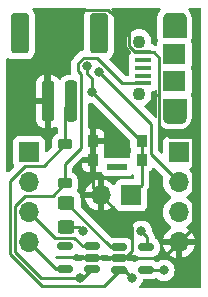
<source format=gtl>
%TF.GenerationSoftware,KiCad,Pcbnew,8.0.1*%
%TF.CreationDate,2024-04-23T06:28:50-07:00*%
%TF.ProjectId,OnOffController,4f6e4f66-6643-46f6-9e74-726f6c6c6572,rev?*%
%TF.SameCoordinates,Original*%
%TF.FileFunction,Copper,L1,Top*%
%TF.FilePolarity,Positive*%
%FSLAX46Y46*%
G04 Gerber Fmt 4.6, Leading zero omitted, Abs format (unit mm)*
G04 Created by KiCad (PCBNEW 8.0.1) date 2024-04-23 06:28:50*
%MOMM*%
%LPD*%
G01*
G04 APERTURE LIST*
G04 Aperture macros list*
%AMRoundRect*
0 Rectangle with rounded corners*
0 $1 Rounding radius*
0 $2 $3 $4 $5 $6 $7 $8 $9 X,Y pos of 4 corners*
0 Add a 4 corners polygon primitive as box body*
4,1,4,$2,$3,$4,$5,$6,$7,$8,$9,$2,$3,0*
0 Add four circle primitives for the rounded corners*
1,1,$1+$1,$2,$3*
1,1,$1+$1,$4,$5*
1,1,$1+$1,$6,$7*
1,1,$1+$1,$8,$9*
0 Add four rect primitives between the rounded corners*
20,1,$1+$1,$2,$3,$4,$5,0*
20,1,$1+$1,$4,$5,$6,$7,0*
20,1,$1+$1,$6,$7,$8,$9,0*
20,1,$1+$1,$8,$9,$2,$3,0*%
G04 Aperture macros list end*
%TA.AperFunction,EtchedComponent*%
%ADD10C,0.010000*%
%TD*%
%TA.AperFunction,ComponentPad*%
%ADD11R,1.700000X1.700000*%
%TD*%
%TA.AperFunction,ComponentPad*%
%ADD12O,1.700000X1.700000*%
%TD*%
%TA.AperFunction,SMDPad,CuDef*%
%ADD13RoundRect,0.250000X-0.450000X0.325000X-0.450000X-0.325000X0.450000X-0.325000X0.450000X0.325000X0*%
%TD*%
%TA.AperFunction,SMDPad,CuDef*%
%ADD14RoundRect,0.150000X-0.512500X-0.150000X0.512500X-0.150000X0.512500X0.150000X-0.512500X0.150000X0*%
%TD*%
%TA.AperFunction,SMDPad,CuDef*%
%ADD15RoundRect,0.250000X0.250000X1.500000X-0.250000X1.500000X-0.250000X-1.500000X0.250000X-1.500000X0*%
%TD*%
%TA.AperFunction,SMDPad,CuDef*%
%ADD16RoundRect,0.250001X0.499999X1.449999X-0.499999X1.449999X-0.499999X-1.449999X0.499999X-1.449999X0*%
%TD*%
%TA.AperFunction,SMDPad,CuDef*%
%ADD17RoundRect,0.150000X0.512500X0.150000X-0.512500X0.150000X-0.512500X-0.150000X0.512500X-0.150000X0*%
%TD*%
%TA.AperFunction,SMDPad,CuDef*%
%ADD18R,1.350000X0.400000*%
%TD*%
%TA.AperFunction,ComponentPad*%
%ADD19O,1.900000X1.010000*%
%TD*%
%TA.AperFunction,SMDPad,CuDef*%
%ADD20R,1.900000X1.800000*%
%TD*%
%TA.AperFunction,ComponentPad*%
%ADD21C,1.100000*%
%TD*%
%TA.AperFunction,SMDPad,CuDef*%
%ADD22R,0.889000X0.990600*%
%TD*%
%TA.AperFunction,SMDPad,CuDef*%
%ADD23R,1.701800X0.558800*%
%TD*%
%TA.AperFunction,SMDPad,CuDef*%
%ADD24RoundRect,0.225000X0.375000X-0.225000X0.375000X0.225000X-0.375000X0.225000X-0.375000X-0.225000X0*%
%TD*%
%TA.AperFunction,ViaPad*%
%ADD25C,0.800000*%
%TD*%
%TA.AperFunction,Conductor*%
%ADD26C,0.250000*%
%TD*%
G04 APERTURE END LIST*
D10*
%TO.C,J8*%
X166939500Y-82527000D02*
X166938500Y-82553000D01*
X166936500Y-82579000D01*
X166932500Y-82605000D01*
X166928500Y-82631000D01*
X166921500Y-82656000D01*
X166914500Y-82682000D01*
X166905500Y-82706000D01*
X166895500Y-82730000D01*
X166884500Y-82754000D01*
X166872500Y-82777000D01*
X166858500Y-82799000D01*
X166843500Y-82821000D01*
X166827500Y-82842000D01*
X166810500Y-82862000D01*
X166792500Y-82881000D01*
X166773500Y-82899000D01*
X166753500Y-82916000D01*
X166732500Y-82932000D01*
X166711500Y-82946000D01*
X166689500Y-82960000D01*
X166665500Y-82973000D01*
X166642500Y-82984000D01*
X166618500Y-82994000D01*
X166593500Y-83003000D01*
X166568500Y-83010000D01*
X166542500Y-83016000D01*
X166517500Y-83021000D01*
X166491500Y-83024000D01*
X166465500Y-83026000D01*
X166439500Y-83027000D01*
X165538500Y-83027000D01*
X165512500Y-83026000D01*
X165486500Y-83024000D01*
X165460500Y-83021000D01*
X165435500Y-83016000D01*
X165409500Y-83010000D01*
X165384500Y-83003000D01*
X165359500Y-82994000D01*
X165335500Y-82984000D01*
X165312500Y-82973000D01*
X165289500Y-82960000D01*
X165266500Y-82946000D01*
X165245500Y-82932000D01*
X165224500Y-82916000D01*
X165204500Y-82899000D01*
X165185500Y-82881000D01*
X165167500Y-82862000D01*
X165150500Y-82842000D01*
X165134500Y-82821000D01*
X165119500Y-82799000D01*
X165105500Y-82777000D01*
X165093500Y-82754000D01*
X165082500Y-82730000D01*
X165072500Y-82706000D01*
X165063500Y-82682000D01*
X165056500Y-82656000D01*
X165049500Y-82631000D01*
X165045500Y-82605000D01*
X165041500Y-82579000D01*
X165039500Y-82553000D01*
X165039500Y-82527000D01*
X165039000Y-80952000D01*
X165039500Y-80952000D01*
X166939500Y-80952000D01*
X166939500Y-82527000D01*
%TA.AperFunction,EtchedComponent*%
G36*
X166939500Y-82527000D02*
G01*
X166938500Y-82553000D01*
X166936500Y-82579000D01*
X166932500Y-82605000D01*
X166928500Y-82631000D01*
X166921500Y-82656000D01*
X166914500Y-82682000D01*
X166905500Y-82706000D01*
X166895500Y-82730000D01*
X166884500Y-82754000D01*
X166872500Y-82777000D01*
X166858500Y-82799000D01*
X166843500Y-82821000D01*
X166827500Y-82842000D01*
X166810500Y-82862000D01*
X166792500Y-82881000D01*
X166773500Y-82899000D01*
X166753500Y-82916000D01*
X166732500Y-82932000D01*
X166711500Y-82946000D01*
X166689500Y-82960000D01*
X166665500Y-82973000D01*
X166642500Y-82984000D01*
X166618500Y-82994000D01*
X166593500Y-83003000D01*
X166568500Y-83010000D01*
X166542500Y-83016000D01*
X166517500Y-83021000D01*
X166491500Y-83024000D01*
X166465500Y-83026000D01*
X166439500Y-83027000D01*
X165538500Y-83027000D01*
X165512500Y-83026000D01*
X165486500Y-83024000D01*
X165460500Y-83021000D01*
X165435500Y-83016000D01*
X165409500Y-83010000D01*
X165384500Y-83003000D01*
X165359500Y-82994000D01*
X165335500Y-82984000D01*
X165312500Y-82973000D01*
X165289500Y-82960000D01*
X165266500Y-82946000D01*
X165245500Y-82932000D01*
X165224500Y-82916000D01*
X165204500Y-82899000D01*
X165185500Y-82881000D01*
X165167500Y-82862000D01*
X165150500Y-82842000D01*
X165134500Y-82821000D01*
X165119500Y-82799000D01*
X165105500Y-82777000D01*
X165093500Y-82754000D01*
X165082500Y-82730000D01*
X165072500Y-82706000D01*
X165063500Y-82682000D01*
X165056500Y-82656000D01*
X165049500Y-82631000D01*
X165045500Y-82605000D01*
X165041500Y-82579000D01*
X165039500Y-82553000D01*
X165039500Y-82527000D01*
X165039000Y-80952000D01*
X165039500Y-80952000D01*
X166939500Y-80952000D01*
X166939500Y-82527000D01*
G37*
%TD.AperFunction*%
X166465500Y-73678000D02*
X166491500Y-73680000D01*
X166517500Y-73683000D01*
X166542500Y-73688000D01*
X166568500Y-73694000D01*
X166593500Y-73701000D01*
X166618500Y-73710000D01*
X166642500Y-73720000D01*
X166665500Y-73731000D01*
X166689500Y-73744000D01*
X166711500Y-73758000D01*
X166732500Y-73772000D01*
X166753500Y-73788000D01*
X166773500Y-73805000D01*
X166792500Y-73823000D01*
X166810500Y-73842000D01*
X166827500Y-73862000D01*
X166843500Y-73883000D01*
X166858500Y-73905000D01*
X166872500Y-73927000D01*
X166884500Y-73950000D01*
X166895500Y-73974000D01*
X166905500Y-73998000D01*
X166914500Y-74022000D01*
X166921500Y-74048000D01*
X166928500Y-74073000D01*
X166932500Y-74099000D01*
X166936500Y-74125000D01*
X166938500Y-74151000D01*
X166939500Y-74177000D01*
X166939000Y-75752000D01*
X165039500Y-75752000D01*
X165039500Y-74177000D01*
X165039500Y-74151000D01*
X165041500Y-74125000D01*
X165045500Y-74099000D01*
X165049500Y-74073000D01*
X165056500Y-74048000D01*
X165063500Y-74022000D01*
X165072500Y-73998000D01*
X165082500Y-73974000D01*
X165093500Y-73950000D01*
X165105500Y-73927000D01*
X165119500Y-73905000D01*
X165134500Y-73883000D01*
X165150500Y-73862000D01*
X165167500Y-73842000D01*
X165185500Y-73823000D01*
X165204500Y-73805000D01*
X165224500Y-73788000D01*
X165245500Y-73772000D01*
X165266500Y-73758000D01*
X165289500Y-73744000D01*
X165312500Y-73731000D01*
X165335500Y-73720000D01*
X165359500Y-73710000D01*
X165384500Y-73701000D01*
X165409500Y-73694000D01*
X165435500Y-73688000D01*
X165460500Y-73683000D01*
X165486500Y-73680000D01*
X165512500Y-73678000D01*
X165538500Y-73677000D01*
X166439500Y-73677000D01*
X166465500Y-73678000D01*
%TA.AperFunction,EtchedComponent*%
G36*
X166465500Y-73678000D02*
G01*
X166491500Y-73680000D01*
X166517500Y-73683000D01*
X166542500Y-73688000D01*
X166568500Y-73694000D01*
X166593500Y-73701000D01*
X166618500Y-73710000D01*
X166642500Y-73720000D01*
X166665500Y-73731000D01*
X166689500Y-73744000D01*
X166711500Y-73758000D01*
X166732500Y-73772000D01*
X166753500Y-73788000D01*
X166773500Y-73805000D01*
X166792500Y-73823000D01*
X166810500Y-73842000D01*
X166827500Y-73862000D01*
X166843500Y-73883000D01*
X166858500Y-73905000D01*
X166872500Y-73927000D01*
X166884500Y-73950000D01*
X166895500Y-73974000D01*
X166905500Y-73998000D01*
X166914500Y-74022000D01*
X166921500Y-74048000D01*
X166928500Y-74073000D01*
X166932500Y-74099000D01*
X166936500Y-74125000D01*
X166938500Y-74151000D01*
X166939500Y-74177000D01*
X166939000Y-75752000D01*
X165039500Y-75752000D01*
X165039500Y-74177000D01*
X165039500Y-74151000D01*
X165041500Y-74125000D01*
X165045500Y-74099000D01*
X165049500Y-74073000D01*
X165056500Y-74048000D01*
X165063500Y-74022000D01*
X165072500Y-73998000D01*
X165082500Y-73974000D01*
X165093500Y-73950000D01*
X165105500Y-73927000D01*
X165119500Y-73905000D01*
X165134500Y-73883000D01*
X165150500Y-73862000D01*
X165167500Y-73842000D01*
X165185500Y-73823000D01*
X165204500Y-73805000D01*
X165224500Y-73788000D01*
X165245500Y-73772000D01*
X165266500Y-73758000D01*
X165289500Y-73744000D01*
X165312500Y-73731000D01*
X165335500Y-73720000D01*
X165359500Y-73710000D01*
X165384500Y-73701000D01*
X165409500Y-73694000D01*
X165435500Y-73688000D01*
X165460500Y-73683000D01*
X165486500Y-73680000D01*
X165512500Y-73678000D01*
X165538500Y-73677000D01*
X166439500Y-73677000D01*
X166465500Y-73678000D01*
G37*
%TD.AperFunction*%
%TD*%
D11*
%TO.P,J2,1,Pin_1*%
%TO.N,Net-(J2-Pin_1)*%
X162311000Y-89154000D03*
D12*
%TO.P,J2,2,Pin_2*%
%TO.N,GND*%
X159771000Y-89154000D03*
%TD*%
D13*
%TO.P,D1,1,K*%
%TO.N,Net-(D1-K)*%
X156845000Y-89780000D03*
%TO.P,D1,2,A*%
%TO.N,Net-(D1-A)*%
X156845000Y-91830000D03*
%TD*%
D14*
%TO.P,U2,1,STAT*%
%TO.N,Net-(D1-K)*%
X161295500Y-93538000D03*
%TO.P,U2,2,V_{SS}*%
%TO.N,GND*%
X161295500Y-94488000D03*
%TO.P,U2,3,V_{BAT}*%
%TO.N,VDC*%
X161295500Y-95438000D03*
%TO.P,U2,4,V_{DD}*%
%TO.N,VBUS*%
X163570500Y-95438000D03*
%TO.P,U2,5,PROG*%
%TO.N,Net-(U2-PROG)*%
X163570500Y-93538000D03*
%TD*%
D15*
%TO.P,J1,1,1*%
%TO.N,VDC*%
X157258000Y-81188000D03*
%TO.P,J1,2,2*%
%TO.N,GND*%
X155258000Y-81188000D03*
D16*
%TO.P,J1,MP*%
%TO.N,N/C*%
X159608000Y-75438000D03*
X152908000Y-75438000D03*
%TD*%
D11*
%TO.P,J4,1,Pin_1*%
%TO.N,/PB_OUT*%
X166370000Y-85481000D03*
D12*
%TO.P,J4,2,Pin_2*%
%TO.N,/PS_HOLD*%
X166370000Y-88021000D03*
%TO.P,J4,3,Pin_3*%
%TO.N,/BAT_SENSE*%
X166370000Y-90561000D03*
%TO.P,J4,4,Pin_4*%
%TO.N,GND*%
X166370000Y-93101000D03*
%TD*%
D17*
%TO.P,U3,1,IN*%
%TO.N,VBUS*%
X158993000Y-95372000D03*
%TO.P,U3,2,GND*%
%TO.N,GND*%
X158993000Y-94422000D03*
%TO.P,U3,3,EN*%
%TO.N,/EN_DIV*%
X158993000Y-93472000D03*
%TO.P,U3,4,ADJ*%
%TO.N,unconnected-(U3-ADJ-Pad4)*%
X156718000Y-93472000D03*
%TO.P,U3,5,OUT*%
%TO.N,+3V3*%
X156718000Y-95372000D03*
%TD*%
D18*
%TO.P,J8,1,VBUS*%
%TO.N,VBUS*%
X163314000Y-79652000D03*
%TO.P,J8,2,D-*%
%TO.N,unconnected-(J8-D--Pad2)*%
X163314000Y-79002000D03*
%TO.P,J8,3,D+*%
%TO.N,unconnected-(J8-D+-Pad3)*%
X163314000Y-78352000D03*
%TO.P,J8,4,ID*%
%TO.N,unconnected-(J8-ID-Pad4)*%
X163314000Y-77702000D03*
%TO.P,J8,5,GND*%
%TO.N,GND*%
X163314000Y-77052000D03*
D19*
%TO.P,J8,S1,SHIELD*%
%TO.N,unconnected-(J8-SHIELD-PadS1)*%
X165989000Y-82527000D03*
D20*
%TO.P,J8,S2,SHIELD__1*%
%TO.N,unconnected-(J8-SHIELD__1-PadS2)*%
X165989000Y-79502000D03*
%TO.P,J8,S3,SHIELD__2*%
%TO.N,unconnected-(J8-SHIELD__2-PadS3)*%
X165989000Y-77202000D03*
D19*
%TO.P,J8,S4,SHIELD__3*%
%TO.N,unconnected-(J8-SHIELD__3-PadS4)*%
X165989000Y-74177000D03*
D21*
%TO.P,J8,S5,SHIELD__4*%
%TO.N,unconnected-(J8-SHIELD__4-PadS5)*%
X162989000Y-80577000D03*
%TO.P,J8,S6,SHIELD__5*%
%TO.N,unconnected-(J8-SHIELD__5-PadS6)*%
X162989000Y-76127000D03*
%TD*%
D22*
%TO.P,SW1,1,1*%
%TO.N,GND*%
X159113002Y-84543999D03*
%TO.P,SW1,2,2*%
%TO.N,Net-(J2-Pin_1)*%
X163212998Y-84543999D03*
%TO.P,SW1,3,3*%
%TO.N,GND*%
X159113002Y-86144001D03*
%TO.P,SW1,4,4*%
%TO.N,Net-(J2-Pin_1)*%
X163212998Y-86144001D03*
D23*
%TO.P,SW1,5,5*%
%TO.N,unconnected-(SW1-Pad5)*%
X161163000Y-86769001D03*
%TD*%
D11*
%TO.P,J3,1,Pin_1*%
%TO.N,/RST*%
X153670000Y-85471000D03*
D12*
%TO.P,J3,2,Pin_2*%
%TO.N,/INT*%
X153670000Y-88011000D03*
%TO.P,J3,3,Pin_3*%
%TO.N,/EN_DIV*%
X153670000Y-90551000D03*
%TO.P,J3,4,Pin_4*%
%TO.N,+3V3*%
X153670000Y-93091000D03*
%TD*%
D24*
%TO.P,D2,1,K*%
%TO.N,VBUS*%
X156718000Y-88138000D03*
%TO.P,D2,2,A*%
%TO.N,VDC*%
X156718000Y-84838000D03*
%TD*%
D25*
%TO.N,VDC*%
X162433000Y-96139000D03*
%TO.N,GND*%
X155067000Y-75946000D03*
%TO.N,VBUS*%
X157988000Y-96139000D03*
X165100000Y-95504000D03*
%TO.N,Net-(D1-A)*%
X158242000Y-92202000D03*
%TO.N,Net-(U2-PROG)*%
X163195000Y-92202000D03*
%TO.N,Net-(J2-Pin_1)*%
X159004000Y-80391000D03*
X158623000Y-78232000D03*
%TO.N,/PS_HOLD*%
X159639000Y-78740000D03*
%TD*%
D26*
%TO.N,VDC*%
X152045000Y-87974299D02*
X153373299Y-86646000D01*
X161295500Y-95438000D02*
X161732000Y-95438000D01*
X156718000Y-81728000D02*
X157258000Y-81188000D01*
X159996500Y-96864000D02*
X154774604Y-96864000D01*
X154910000Y-86646000D02*
X156718000Y-84838000D01*
X161422500Y-95438000D02*
X161859000Y-95438000D01*
X152045000Y-94134396D02*
X152045000Y-87974299D01*
X154774604Y-96864000D02*
X152045000Y-94134396D01*
X161732000Y-95438000D02*
X162433000Y-96139000D01*
X161295500Y-95565000D02*
X159996500Y-96864000D01*
X153373299Y-86646000D02*
X154910000Y-86646000D01*
X156718000Y-84838000D02*
X156718000Y-81728000D01*
X161295500Y-95438000D02*
X161295500Y-95565000D01*
%TO.N,GND*%
X163314000Y-77052000D02*
X162676563Y-77052000D01*
X165608000Y-84201000D02*
X167440000Y-84201000D01*
X164709000Y-77522000D02*
X164709000Y-83302000D01*
X164983000Y-94488000D02*
X161422500Y-94488000D01*
X162410000Y-91793000D02*
X162410000Y-93884751D01*
X159771000Y-89154000D02*
X162410000Y-91793000D01*
X161806751Y-94488000D02*
X162410000Y-93884751D01*
X161295500Y-94488000D02*
X161806751Y-94488000D01*
X155067000Y-81124000D02*
X155067000Y-75946000D01*
X167545000Y-91926000D02*
X166370000Y-93101000D01*
X166370000Y-93101000D02*
X164983000Y-94488000D01*
X167545000Y-84306000D02*
X167545000Y-91926000D01*
X159113002Y-88496002D02*
X159771000Y-89154000D01*
X155258000Y-81315000D02*
X155067000Y-81124000D01*
X157600000Y-73413000D02*
X155067000Y-75946000D01*
X164239000Y-77052000D02*
X164709000Y-77522000D01*
X162676563Y-77052000D02*
X162114000Y-76489437D01*
X158993000Y-94422000D02*
X161356500Y-94422000D01*
X163314000Y-77052000D02*
X164239000Y-77052000D01*
X160346172Y-73413000D02*
X157600000Y-73413000D01*
X159113002Y-84543999D02*
X159113002Y-86144001D01*
X164709000Y-83302000D02*
X165608000Y-84201000D01*
X161356500Y-94422000D02*
X161422500Y-94488000D01*
X159113002Y-86144001D02*
X159113002Y-88496002D01*
X162114000Y-75180828D02*
X160346172Y-73413000D01*
X167440000Y-84201000D02*
X167545000Y-84306000D01*
X162114000Y-76489437D02*
X162114000Y-75180828D01*
X161422500Y-94488000D02*
X161806751Y-94488000D01*
%TO.N,VBUS*%
X153373299Y-89186000D02*
X155670000Y-89186000D01*
X154686000Y-96139000D02*
X157988000Y-96139000D01*
X161576305Y-79652000D02*
X163314000Y-79652000D01*
X157988000Y-96139000D02*
X158226000Y-96139000D01*
X158083000Y-85122000D02*
X158083000Y-78844305D01*
X158322695Y-77507000D02*
X159431305Y-77507000D01*
X159431305Y-77507000D02*
X161576305Y-79652000D01*
X158226000Y-96139000D02*
X158993000Y-95372000D01*
X165034000Y-95438000D02*
X165100000Y-95504000D01*
X152495000Y-93948000D02*
X152495000Y-90064299D01*
X152495000Y-90064299D02*
X153373299Y-89186000D01*
X156718000Y-86487000D02*
X158083000Y-85122000D01*
X163570500Y-95438000D02*
X165034000Y-95438000D01*
X158083000Y-78844305D02*
X157861000Y-78622305D01*
X157861000Y-78622305D02*
X157861000Y-77968695D01*
X154686000Y-96139000D02*
X152495000Y-93948000D01*
X155670000Y-89186000D02*
X156718000Y-88138000D01*
X157861000Y-77968695D02*
X158322695Y-77507000D01*
X156718000Y-88138000D02*
X156718000Y-86487000D01*
%TO.N,+3V3*%
X155951000Y-95372000D02*
X153670000Y-93091000D01*
X156718000Y-95372000D02*
X155951000Y-95372000D01*
%TO.N,Net-(D1-K)*%
X160603000Y-93538000D02*
X156845000Y-89780000D01*
X161422500Y-93538000D02*
X160603000Y-93538000D01*
%TO.N,Net-(D1-A)*%
X157870000Y-91830000D02*
X158242000Y-92202000D01*
X156845000Y-91830000D02*
X157870000Y-91830000D01*
%TO.N,Net-(U2-PROG)*%
X163697500Y-93538000D02*
X163697500Y-92704500D01*
X163697500Y-92704500D02*
X163195000Y-92202000D01*
%TO.N,/EN_DIV*%
X155849000Y-92730000D02*
X157500000Y-92730000D01*
X153670000Y-90551000D02*
X155849000Y-92730000D01*
X158993000Y-93472000D02*
X158242000Y-93472000D01*
X158242000Y-93472000D02*
X157500000Y-92730000D01*
%TO.N,Net-(J2-Pin_1)*%
X159004000Y-80391000D02*
X163156999Y-84543999D01*
X163156999Y-84543999D02*
X163212998Y-84543999D01*
X163212998Y-86144001D02*
X163212998Y-88252002D01*
X159004000Y-79248000D02*
X158623000Y-78867000D01*
X163212998Y-88252002D02*
X162311000Y-89154000D01*
X163212998Y-84543999D02*
X163212998Y-86144001D01*
X158623000Y-78867000D02*
X158623000Y-78359000D01*
X159004000Y-80391000D02*
X159004000Y-79248000D01*
%TO.N,/PS_HOLD*%
X163982498Y-83083498D02*
X163982498Y-85633498D01*
X163982498Y-85633498D02*
X166370000Y-88021000D01*
X159639000Y-78740000D02*
X163982498Y-83083498D01*
%TD*%
%TA.AperFunction,Conductor*%
%TO.N,GND*%
G36*
X168218039Y-73298685D02*
G01*
X168263794Y-73351489D01*
X168275000Y-73403000D01*
X168275000Y-96904000D01*
X168255315Y-96971039D01*
X168202511Y-97016794D01*
X168151000Y-97028000D01*
X163121885Y-97028000D01*
X163054846Y-97008315D01*
X163009091Y-96955511D01*
X162999147Y-96886353D01*
X163028172Y-96822797D01*
X163038817Y-96811947D01*
X163038868Y-96811889D01*
X163038871Y-96811888D01*
X163165533Y-96671216D01*
X163260179Y-96507284D01*
X163306364Y-96365142D01*
X163319673Y-96324182D01*
X163359111Y-96266506D01*
X163423469Y-96239308D01*
X163437604Y-96238500D01*
X164148686Y-96238500D01*
X164148694Y-96238500D01*
X164185569Y-96235598D01*
X164185571Y-96235597D01*
X164185573Y-96235597D01*
X164227191Y-96223505D01*
X164343398Y-96189744D01*
X164366134Y-96176297D01*
X164433856Y-96159113D01*
X164500119Y-96181271D01*
X164502142Y-96182710D01*
X164647265Y-96288148D01*
X164647270Y-96288151D01*
X164820192Y-96365142D01*
X164820197Y-96365144D01*
X165005354Y-96404500D01*
X165005355Y-96404500D01*
X165194644Y-96404500D01*
X165194646Y-96404500D01*
X165379803Y-96365144D01*
X165552730Y-96288151D01*
X165705871Y-96176888D01*
X165832533Y-96036216D01*
X165927179Y-95872284D01*
X165985674Y-95692256D01*
X166005460Y-95504000D01*
X165985674Y-95315744D01*
X165927179Y-95135716D01*
X165832533Y-94971784D01*
X165705871Y-94831112D01*
X165705870Y-94831111D01*
X165552734Y-94719851D01*
X165552729Y-94719848D01*
X165379807Y-94642857D01*
X165379802Y-94642855D01*
X165234001Y-94611865D01*
X165194646Y-94603500D01*
X165005354Y-94603500D01*
X164972897Y-94610398D01*
X164820197Y-94642855D01*
X164820192Y-94642857D01*
X164647271Y-94719848D01*
X164602297Y-94752523D01*
X164536491Y-94776001D01*
X164468437Y-94760174D01*
X164466294Y-94758935D01*
X164343400Y-94686257D01*
X164343393Y-94686254D01*
X164185573Y-94640402D01*
X164185567Y-94640401D01*
X164148701Y-94637500D01*
X164148694Y-94637500D01*
X162992306Y-94637500D01*
X162992298Y-94637500D01*
X162955432Y-94640401D01*
X162955426Y-94640402D01*
X162797606Y-94686254D01*
X162797603Y-94686255D01*
X162656137Y-94769917D01*
X162649969Y-94774702D01*
X162648664Y-94773019D01*
X162596954Y-94801246D01*
X162527263Y-94796251D01*
X162479558Y-94764247D01*
X162455296Y-94738000D01*
X162189815Y-94738000D01*
X162126694Y-94720732D01*
X162104266Y-94707468D01*
X162068398Y-94686256D01*
X162068397Y-94686255D01*
X162068396Y-94686255D01*
X162068393Y-94686254D01*
X161910573Y-94640402D01*
X161910567Y-94640401D01*
X161873701Y-94637500D01*
X161873694Y-94637500D01*
X160717306Y-94637500D01*
X160717298Y-94637500D01*
X160680432Y-94640401D01*
X160680426Y-94640402D01*
X160522606Y-94686254D01*
X160522603Y-94686255D01*
X160464306Y-94720732D01*
X160401185Y-94738000D01*
X160207362Y-94738000D01*
X160140323Y-94718315D01*
X160119681Y-94701681D01*
X160090000Y-94672000D01*
X159887315Y-94672000D01*
X159824194Y-94654732D01*
X159765896Y-94620255D01*
X159765893Y-94620254D01*
X159608073Y-94574402D01*
X159608067Y-94574401D01*
X159571201Y-94571500D01*
X159571194Y-94571500D01*
X158414806Y-94571500D01*
X158414798Y-94571500D01*
X158377932Y-94574401D01*
X158377926Y-94574402D01*
X158220106Y-94620254D01*
X158220103Y-94620255D01*
X158161806Y-94654732D01*
X158098685Y-94672000D01*
X157833204Y-94672000D01*
X157808940Y-94698248D01*
X157748979Y-94734114D01*
X157679145Y-94731869D01*
X157639487Y-94707468D01*
X157638531Y-94708702D01*
X157632362Y-94703917D01*
X157490896Y-94620255D01*
X157490893Y-94620254D01*
X157333073Y-94574402D01*
X157333067Y-94574401D01*
X157296201Y-94571500D01*
X157296194Y-94571500D01*
X156139806Y-94571500D01*
X156139792Y-94571500D01*
X156099714Y-94574654D01*
X156031337Y-94560288D01*
X156002307Y-94538717D01*
X155923274Y-94459684D01*
X155889789Y-94398361D01*
X155894773Y-94328669D01*
X155936645Y-94272736D01*
X156002109Y-94248319D01*
X156045548Y-94252926D01*
X156102931Y-94269598D01*
X156139806Y-94272500D01*
X156139814Y-94272500D01*
X157296186Y-94272500D01*
X157296194Y-94272500D01*
X157333069Y-94269598D01*
X157333071Y-94269597D01*
X157333073Y-94269597D01*
X157406311Y-94248319D01*
X157490898Y-94223744D01*
X157632365Y-94140081D01*
X157632370Y-94140075D01*
X157638531Y-94135298D01*
X157639839Y-94136984D01*
X157691509Y-94108761D01*
X157761201Y-94113735D01*
X157808941Y-94145752D01*
X157833204Y-94172000D01*
X158098685Y-94172000D01*
X158161806Y-94189268D01*
X158220102Y-94223744D01*
X158261724Y-94235836D01*
X158377926Y-94269597D01*
X158377929Y-94269597D01*
X158377931Y-94269598D01*
X158414806Y-94272500D01*
X158414814Y-94272500D01*
X159571186Y-94272500D01*
X159571194Y-94272500D01*
X159608069Y-94269598D01*
X159608071Y-94269597D01*
X159608073Y-94269597D01*
X159681311Y-94248319D01*
X159765898Y-94223744D01*
X159824194Y-94189268D01*
X159887315Y-94172000D01*
X160081138Y-94172000D01*
X160148177Y-94191685D01*
X160168819Y-94208319D01*
X160198500Y-94238000D01*
X160401185Y-94238000D01*
X160464306Y-94255268D01*
X160522602Y-94289744D01*
X160564224Y-94301836D01*
X160680426Y-94335597D01*
X160680429Y-94335597D01*
X160680431Y-94335598D01*
X160717306Y-94338500D01*
X160717314Y-94338500D01*
X161873686Y-94338500D01*
X161873694Y-94338500D01*
X161910569Y-94335598D01*
X161910571Y-94335597D01*
X161910573Y-94335597D01*
X161952191Y-94323505D01*
X162068398Y-94289744D01*
X162126694Y-94255268D01*
X162189815Y-94238000D01*
X162455294Y-94238000D01*
X162479557Y-94211752D01*
X162539518Y-94175885D01*
X162609352Y-94178129D01*
X162649012Y-94202530D01*
X162649969Y-94201298D01*
X162656132Y-94206078D01*
X162656135Y-94206081D01*
X162797602Y-94289744D01*
X162839224Y-94301836D01*
X162955426Y-94335597D01*
X162955429Y-94335597D01*
X162955431Y-94335598D01*
X162992306Y-94338500D01*
X162992314Y-94338500D01*
X164148686Y-94338500D01*
X164148694Y-94338500D01*
X164185569Y-94335598D01*
X164185571Y-94335597D01*
X164185573Y-94335597D01*
X164227191Y-94323505D01*
X164343398Y-94289744D01*
X164484865Y-94206081D01*
X164601081Y-94089865D01*
X164684744Y-93948398D01*
X164730598Y-93790569D01*
X164733500Y-93753694D01*
X164733500Y-93322306D01*
X164730598Y-93285431D01*
X164730547Y-93285257D01*
X164696140Y-93166826D01*
X164684744Y-93127602D01*
X164601081Y-92986135D01*
X164601079Y-92986133D01*
X164601076Y-92986129D01*
X164484870Y-92869923D01*
X164484867Y-92869921D01*
X164484865Y-92869919D01*
X164438793Y-92842672D01*
X164383878Y-92810195D01*
X164336195Y-92759125D01*
X164323000Y-92703463D01*
X164323000Y-92642894D01*
X164319173Y-92623656D01*
X164298963Y-92522049D01*
X164262373Y-92433714D01*
X164258109Y-92423420D01*
X164251814Y-92408221D01*
X164251813Y-92408220D01*
X164251811Y-92408214D01*
X164239812Y-92390256D01*
X164183358Y-92305766D01*
X164183355Y-92305763D01*
X164133961Y-92256370D01*
X164100475Y-92195047D01*
X164098323Y-92181668D01*
X164080674Y-92013744D01*
X164022179Y-91833716D01*
X163927533Y-91669784D01*
X163800871Y-91529112D01*
X163800870Y-91529111D01*
X163647734Y-91417851D01*
X163647729Y-91417848D01*
X163474807Y-91340857D01*
X163474802Y-91340855D01*
X163329001Y-91309865D01*
X163289646Y-91301500D01*
X163100354Y-91301500D01*
X163067897Y-91308398D01*
X162915197Y-91340855D01*
X162915192Y-91340857D01*
X162742270Y-91417848D01*
X162742265Y-91417851D01*
X162589129Y-91529111D01*
X162462466Y-91669785D01*
X162367821Y-91833715D01*
X162367818Y-91833722D01*
X162335600Y-91932880D01*
X162309326Y-92013744D01*
X162289540Y-92202000D01*
X162309326Y-92390256D01*
X162309327Y-92390259D01*
X162367818Y-92570277D01*
X162367821Y-92570284D01*
X162462467Y-92734216D01*
X162509324Y-92786256D01*
X162539784Y-92820085D01*
X162570014Y-92883076D01*
X162561389Y-92952412D01*
X162543356Y-92978932D01*
X162544699Y-92979974D01*
X162539913Y-92986143D01*
X162539729Y-92986455D01*
X162539520Y-92986649D01*
X162535136Y-92992302D01*
X162534223Y-92991594D01*
X162488657Y-93034136D01*
X162419915Y-93046637D01*
X162355327Y-93019988D01*
X162331143Y-92992078D01*
X162330861Y-92992298D01*
X162326823Y-92987092D01*
X162326271Y-92986455D01*
X162326085Y-92986140D01*
X162326076Y-92986129D01*
X162209870Y-92869923D01*
X162209862Y-92869917D01*
X162108877Y-92810195D01*
X162068398Y-92786256D01*
X162068397Y-92786255D01*
X162068396Y-92786255D01*
X162068393Y-92786254D01*
X161910573Y-92740402D01*
X161910567Y-92740401D01*
X161873701Y-92737500D01*
X161873694Y-92737500D01*
X160738453Y-92737500D01*
X160671414Y-92717815D01*
X160650772Y-92701181D01*
X158081818Y-90132227D01*
X158048333Y-90070904D01*
X158045499Y-90044546D01*
X158045499Y-89404998D01*
X158045498Y-89404981D01*
X158034999Y-89302203D01*
X158034998Y-89302200D01*
X157997628Y-89189425D01*
X157979814Y-89135666D01*
X157887712Y-88986344D01*
X157763656Y-88862288D01*
X157758549Y-88857181D01*
X157759866Y-88855863D01*
X157725003Y-88806633D01*
X157721861Y-88736834D01*
X157736751Y-88701286D01*
X157755003Y-88671697D01*
X157808349Y-88510708D01*
X157818500Y-88411345D01*
X157818499Y-87864656D01*
X157818044Y-87860206D01*
X157808349Y-87765292D01*
X157808348Y-87765289D01*
X157781785Y-87685126D01*
X157755003Y-87604303D01*
X157754999Y-87604297D01*
X157754998Y-87604294D01*
X157665970Y-87459959D01*
X157665967Y-87459955D01*
X157546043Y-87340031D01*
X157402402Y-87251431D01*
X157355678Y-87199483D01*
X157343500Y-87145893D01*
X157343500Y-86797452D01*
X157363185Y-86730413D01*
X157379819Y-86709771D01*
X157695589Y-86394001D01*
X158168502Y-86394001D01*
X158168502Y-86687145D01*
X158174903Y-86746673D01*
X158174905Y-86746680D01*
X158225147Y-86881387D01*
X158225151Y-86881394D01*
X158311311Y-86996488D01*
X158311314Y-86996491D01*
X158426408Y-87082651D01*
X158426415Y-87082655D01*
X158561122Y-87132897D01*
X158561129Y-87132899D01*
X158620657Y-87139300D01*
X158620674Y-87139301D01*
X158863002Y-87139301D01*
X158863002Y-86394001D01*
X158168502Y-86394001D01*
X157695589Y-86394001D01*
X158159271Y-85930320D01*
X158220594Y-85896835D01*
X158246952Y-85894001D01*
X158863002Y-85894001D01*
X158863002Y-83548699D01*
X159363002Y-83548699D01*
X159363002Y-84293999D01*
X160057502Y-84293999D01*
X160057502Y-84000871D01*
X160057501Y-84000854D01*
X160051100Y-83941326D01*
X160051098Y-83941319D01*
X160000856Y-83806612D01*
X160000852Y-83806605D01*
X159914692Y-83691511D01*
X159914689Y-83691508D01*
X159799595Y-83605348D01*
X159799588Y-83605344D01*
X159664881Y-83555102D01*
X159664874Y-83555100D01*
X159605346Y-83548699D01*
X159363002Y-83548699D01*
X158863002Y-83548699D01*
X158832500Y-83548699D01*
X158765461Y-83529014D01*
X158719706Y-83476210D01*
X158708500Y-83424699D01*
X158708500Y-81401934D01*
X158728185Y-81334895D01*
X158780989Y-81289140D01*
X158850147Y-81279196D01*
X158858275Y-81280643D01*
X158909354Y-81291500D01*
X158968548Y-81291500D01*
X159035587Y-81311185D01*
X159056229Y-81327819D01*
X162231679Y-84503270D01*
X162265164Y-84564593D01*
X162267998Y-84590951D01*
X162267998Y-85087169D01*
X162267999Y-85087175D01*
X162274406Y-85146782D01*
X162324701Y-85281630D01*
X162326310Y-85284576D01*
X162327023Y-85287854D01*
X162327801Y-85289940D01*
X162327501Y-85290051D01*
X162341160Y-85352849D01*
X162326310Y-85403424D01*
X162324701Y-85406369D01*
X162274406Y-85541218D01*
X162267999Y-85600817D01*
X162267998Y-85600836D01*
X162267998Y-85873439D01*
X162248313Y-85940478D01*
X162195509Y-85986233D01*
X162129156Y-85995773D01*
X162129096Y-85996339D01*
X162126880Y-85996100D01*
X162126351Y-85996177D01*
X162124728Y-85995869D01*
X162061783Y-85989102D01*
X162061781Y-85989101D01*
X162061773Y-85989101D01*
X162061764Y-85989101D01*
X160264229Y-85989101D01*
X160264223Y-85989102D01*
X160196904Y-85996339D01*
X160196601Y-85993521D01*
X160140207Y-85990478D01*
X160083550Y-85949591D01*
X160057992Y-85884564D01*
X160057502Y-85873556D01*
X160057502Y-85600873D01*
X160057501Y-85600856D01*
X160051100Y-85541328D01*
X160051099Y-85541324D01*
X160000852Y-85406608D01*
X159999117Y-85403430D01*
X159998346Y-85399889D01*
X159997755Y-85398303D01*
X159997983Y-85398217D01*
X159984263Y-85335158D01*
X159999117Y-85284570D01*
X160000852Y-85281391D01*
X160051099Y-85146675D01*
X160051100Y-85146671D01*
X160057501Y-85087143D01*
X160057502Y-85087126D01*
X160057502Y-84793999D01*
X159363002Y-84793999D01*
X159363002Y-87139301D01*
X159605330Y-87139301D01*
X159605346Y-87139300D01*
X159664874Y-87132899D01*
X159664878Y-87132898D01*
X159675599Y-87128900D01*
X159745291Y-87123916D01*
X159806614Y-87157400D01*
X159835115Y-87201749D01*
X159868302Y-87290729D01*
X159868306Y-87290736D01*
X159954552Y-87405945D01*
X159954555Y-87405948D01*
X160069764Y-87492194D01*
X160069771Y-87492198D01*
X160204617Y-87542492D01*
X160204616Y-87542492D01*
X160211544Y-87543236D01*
X160264227Y-87548901D01*
X162061772Y-87548900D01*
X162121383Y-87542492D01*
X162256231Y-87492197D01*
X162371446Y-87405947D01*
X162371448Y-87405943D01*
X162375817Y-87401576D01*
X162437140Y-87368091D01*
X162506832Y-87373075D01*
X162562765Y-87414947D01*
X162587182Y-87480411D01*
X162587498Y-87489257D01*
X162587498Y-87679500D01*
X162567813Y-87746539D01*
X162515009Y-87792294D01*
X162463498Y-87803500D01*
X161413129Y-87803500D01*
X161413123Y-87803501D01*
X161353516Y-87809908D01*
X161218671Y-87860202D01*
X161218664Y-87860206D01*
X161103455Y-87946452D01*
X161103452Y-87946455D01*
X161017206Y-88061664D01*
X161017202Y-88061671D01*
X160967997Y-88193598D01*
X160926126Y-88249532D01*
X160860661Y-88273949D01*
X160792388Y-88259097D01*
X160764134Y-88237946D01*
X160642082Y-88115894D01*
X160448578Y-87980399D01*
X160234492Y-87880570D01*
X160234486Y-87880567D01*
X160021000Y-87823364D01*
X160021000Y-88720988D01*
X159963993Y-88688075D01*
X159836826Y-88654000D01*
X159705174Y-88654000D01*
X159578007Y-88688075D01*
X159521000Y-88720988D01*
X159521000Y-87823364D01*
X159520999Y-87823364D01*
X159307513Y-87880567D01*
X159307507Y-87880570D01*
X159093422Y-87980399D01*
X159093420Y-87980400D01*
X158899926Y-88115886D01*
X158899920Y-88115891D01*
X158732891Y-88282920D01*
X158732886Y-88282926D01*
X158597400Y-88476420D01*
X158597399Y-88476422D01*
X158497570Y-88690507D01*
X158497567Y-88690513D01*
X158440364Y-88903999D01*
X158440364Y-88904000D01*
X159337988Y-88904000D01*
X159305075Y-88961007D01*
X159271000Y-89088174D01*
X159271000Y-89219826D01*
X159305075Y-89346993D01*
X159337988Y-89404000D01*
X158440364Y-89404000D01*
X158497567Y-89617486D01*
X158497570Y-89617492D01*
X158597399Y-89831578D01*
X158732894Y-90025082D01*
X158899917Y-90192105D01*
X159093421Y-90327600D01*
X159307507Y-90427429D01*
X159307516Y-90427433D01*
X159521000Y-90484634D01*
X159521000Y-89587012D01*
X159578007Y-89619925D01*
X159705174Y-89654000D01*
X159836826Y-89654000D01*
X159963993Y-89619925D01*
X160021000Y-89587012D01*
X160021000Y-90484633D01*
X160234483Y-90427433D01*
X160234492Y-90427429D01*
X160448578Y-90327600D01*
X160642078Y-90192108D01*
X160764133Y-90070053D01*
X160825456Y-90036568D01*
X160895148Y-90041552D01*
X160951082Y-90083423D01*
X160967997Y-90114401D01*
X161017202Y-90246328D01*
X161017206Y-90246335D01*
X161103452Y-90361544D01*
X161103455Y-90361547D01*
X161218664Y-90447793D01*
X161218671Y-90447797D01*
X161353517Y-90498091D01*
X161353516Y-90498091D01*
X161360444Y-90498835D01*
X161413127Y-90504500D01*
X163208872Y-90504499D01*
X163268483Y-90498091D01*
X163403331Y-90447796D01*
X163518546Y-90361546D01*
X163604796Y-90246331D01*
X163655091Y-90111483D01*
X163661500Y-90051873D01*
X163661499Y-88739453D01*
X163681184Y-88672415D01*
X163697826Y-88651765D01*
X163697853Y-88651737D01*
X163698856Y-88650735D01*
X163767309Y-88548288D01*
X163767310Y-88548287D01*
X163767311Y-88548284D01*
X163767313Y-88548281D01*
X163767314Y-88548279D01*
X163814458Y-88434461D01*
X163814458Y-88434459D01*
X163814461Y-88434453D01*
X163814495Y-88434285D01*
X163827364Y-88369586D01*
X163837138Y-88320450D01*
X163837139Y-88320450D01*
X163837139Y-88320440D01*
X163838498Y-88313609D01*
X163838498Y-88190395D01*
X163838498Y-87190159D01*
X163858183Y-87123120D01*
X163893851Y-87089911D01*
X163892729Y-87088413D01*
X163973864Y-87027674D01*
X164015044Y-86996847D01*
X164101294Y-86881632D01*
X164101295Y-86881627D01*
X164105545Y-86873847D01*
X164107338Y-86874826D01*
X164142212Y-86828229D01*
X164207674Y-86803804D01*
X164275948Y-86818647D01*
X164304216Y-86839806D01*
X165029762Y-87565352D01*
X165063247Y-87626675D01*
X165061856Y-87685126D01*
X165034938Y-87785586D01*
X165034936Y-87785596D01*
X165014341Y-88020999D01*
X165014341Y-88021000D01*
X165034936Y-88256403D01*
X165034938Y-88256413D01*
X165096094Y-88484655D01*
X165096096Y-88484659D01*
X165096097Y-88484663D01*
X165190950Y-88688075D01*
X165195965Y-88698830D01*
X165195967Y-88698834D01*
X165331501Y-88892395D01*
X165331506Y-88892402D01*
X165498597Y-89059493D01*
X165498603Y-89059498D01*
X165684158Y-89189425D01*
X165727783Y-89244002D01*
X165734977Y-89313500D01*
X165703454Y-89375855D01*
X165684158Y-89392575D01*
X165498597Y-89522505D01*
X165331505Y-89689597D01*
X165195965Y-89883169D01*
X165195964Y-89883171D01*
X165096098Y-90097335D01*
X165096094Y-90097344D01*
X165034938Y-90325586D01*
X165034936Y-90325596D01*
X165014341Y-90560999D01*
X165014341Y-90561000D01*
X165034936Y-90796403D01*
X165034938Y-90796413D01*
X165096094Y-91024655D01*
X165096096Y-91024659D01*
X165096097Y-91024663D01*
X165101544Y-91036344D01*
X165195965Y-91238830D01*
X165195967Y-91238834D01*
X165275350Y-91352204D01*
X165328965Y-91428774D01*
X165331501Y-91432395D01*
X165331506Y-91432402D01*
X165498597Y-91599493D01*
X165498603Y-91599498D01*
X165684594Y-91729730D01*
X165728219Y-91784307D01*
X165735413Y-91853805D01*
X165703890Y-91916160D01*
X165684595Y-91932880D01*
X165498922Y-92062890D01*
X165498920Y-92062891D01*
X165331891Y-92229920D01*
X165331886Y-92229926D01*
X165196400Y-92423420D01*
X165196399Y-92423422D01*
X165096570Y-92637507D01*
X165096567Y-92637513D01*
X165039364Y-92850999D01*
X165039364Y-92851000D01*
X165936988Y-92851000D01*
X165904075Y-92908007D01*
X165870000Y-93035174D01*
X165870000Y-93166826D01*
X165904075Y-93293993D01*
X165936988Y-93351000D01*
X165039364Y-93351000D01*
X165096567Y-93564486D01*
X165096570Y-93564492D01*
X165196399Y-93778578D01*
X165331894Y-93972082D01*
X165498917Y-94139105D01*
X165692421Y-94274600D01*
X165906507Y-94374429D01*
X165906516Y-94374433D01*
X166120000Y-94431634D01*
X166120000Y-93534012D01*
X166177007Y-93566925D01*
X166304174Y-93601000D01*
X166435826Y-93601000D01*
X166562993Y-93566925D01*
X166620000Y-93534012D01*
X166620000Y-94431633D01*
X166833483Y-94374433D01*
X166833492Y-94374429D01*
X167047578Y-94274600D01*
X167241082Y-94139105D01*
X167408105Y-93972082D01*
X167543600Y-93778578D01*
X167643429Y-93564492D01*
X167643432Y-93564486D01*
X167700636Y-93351000D01*
X166803012Y-93351000D01*
X166835925Y-93293993D01*
X166870000Y-93166826D01*
X166870000Y-93035174D01*
X166835925Y-92908007D01*
X166803012Y-92851000D01*
X167700636Y-92851000D01*
X167700635Y-92850999D01*
X167643432Y-92637513D01*
X167643429Y-92637507D01*
X167543600Y-92423422D01*
X167543599Y-92423420D01*
X167408113Y-92229926D01*
X167408108Y-92229920D01*
X167241078Y-92062890D01*
X167055405Y-91932879D01*
X167011780Y-91878302D01*
X167004588Y-91808804D01*
X167036110Y-91746449D01*
X167055406Y-91729730D01*
X167241401Y-91599495D01*
X167408495Y-91432401D01*
X167544035Y-91238830D01*
X167643903Y-91024663D01*
X167705063Y-90796408D01*
X167725659Y-90561000D01*
X167705063Y-90325592D01*
X167643903Y-90097337D01*
X167544035Y-89883171D01*
X167507910Y-89831578D01*
X167408494Y-89689597D01*
X167241402Y-89522506D01*
X167241396Y-89522501D01*
X167055842Y-89392575D01*
X167012217Y-89337998D01*
X167005023Y-89268500D01*
X167036546Y-89206145D01*
X167055842Y-89189425D01*
X167132615Y-89135668D01*
X167241401Y-89059495D01*
X167408495Y-88892401D01*
X167544035Y-88698830D01*
X167643903Y-88484663D01*
X167705063Y-88256408D01*
X167725659Y-88021000D01*
X167705063Y-87785592D01*
X167643903Y-87557337D01*
X167544035Y-87343171D01*
X167541836Y-87340031D01*
X167408496Y-87149600D01*
X167348807Y-87089911D01*
X167286567Y-87027671D01*
X167253084Y-86966351D01*
X167258068Y-86896659D01*
X167299939Y-86840725D01*
X167330915Y-86823810D01*
X167462331Y-86774796D01*
X167577546Y-86688546D01*
X167663796Y-86573331D01*
X167714091Y-86438483D01*
X167720500Y-86378873D01*
X167720499Y-84583128D01*
X167714091Y-84523517D01*
X167710361Y-84513517D01*
X167663797Y-84388671D01*
X167663793Y-84388664D01*
X167577547Y-84273455D01*
X167577544Y-84273452D01*
X167462335Y-84187206D01*
X167462328Y-84187202D01*
X167327482Y-84136908D01*
X167327483Y-84136908D01*
X167267883Y-84130501D01*
X167267881Y-84130500D01*
X167267873Y-84130500D01*
X167267864Y-84130500D01*
X165472129Y-84130500D01*
X165472123Y-84130501D01*
X165412516Y-84136908D01*
X165277671Y-84187202D01*
X165277664Y-84187206D01*
X165162455Y-84273452D01*
X165162452Y-84273455D01*
X165076206Y-84388664D01*
X165076202Y-84388671D01*
X165025908Y-84523517D01*
X165020575Y-84573127D01*
X165019501Y-84583123D01*
X165019500Y-84583135D01*
X165019500Y-85486547D01*
X164999815Y-85553586D01*
X164947011Y-85599341D01*
X164877853Y-85609285D01*
X164814297Y-85580260D01*
X164807819Y-85574228D01*
X164644317Y-85410726D01*
X164610832Y-85349403D01*
X164607998Y-85323045D01*
X164607998Y-83324554D01*
X164627683Y-83257515D01*
X164680487Y-83211760D01*
X164749645Y-83201816D01*
X164813201Y-83230841D01*
X164819679Y-83236873D01*
X164834404Y-83251598D01*
X164853399Y-83269593D01*
X164873863Y-83287960D01*
X164873875Y-83287970D01*
X164893875Y-83304970D01*
X164915115Y-83322068D01*
X164922623Y-83327788D01*
X164936110Y-83338065D01*
X164962326Y-83356763D01*
X164974926Y-83365162D01*
X164983326Y-83370762D01*
X165001067Y-83382068D01*
X165014867Y-83390468D01*
X165024073Y-83396072D01*
X165037198Y-83403772D01*
X165038305Y-83404422D01*
X165061305Y-83417422D01*
X165092242Y-83433540D01*
X165115242Y-83444540D01*
X165139154Y-83455231D01*
X165163154Y-83465231D01*
X165186584Y-83474323D01*
X165211584Y-83483323D01*
X165246854Y-83494593D01*
X165271854Y-83501593D01*
X165294709Y-83507427D01*
X165320709Y-83513427D01*
X165320751Y-83513436D01*
X165335358Y-83516581D01*
X165335382Y-83516585D01*
X165335383Y-83516586D01*
X165360383Y-83521586D01*
X165401984Y-83528135D01*
X165427984Y-83531135D01*
X165447346Y-83532996D01*
X165473346Y-83534996D01*
X165492880Y-83536123D01*
X165492885Y-83536123D01*
X165492899Y-83536124D01*
X165508042Y-83536706D01*
X165518880Y-83537123D01*
X165536254Y-83537456D01*
X165538496Y-83537500D01*
X165538500Y-83537500D01*
X166439504Y-83537500D01*
X166441683Y-83537458D01*
X166459120Y-83537123D01*
X166472120Y-83536623D01*
X166485100Y-83536124D01*
X166485111Y-83536123D01*
X166485120Y-83536123D01*
X166504654Y-83534996D01*
X166530654Y-83532996D01*
X166550016Y-83531135D01*
X166576016Y-83528135D01*
X166617617Y-83521586D01*
X166642617Y-83516586D01*
X166642630Y-83516583D01*
X166642641Y-83516581D01*
X166648387Y-83515343D01*
X166657291Y-83513427D01*
X166683291Y-83507427D01*
X166706146Y-83501593D01*
X166731146Y-83494593D01*
X166766416Y-83483323D01*
X166791416Y-83474323D01*
X166814846Y-83465231D01*
X166838846Y-83455231D01*
X166862758Y-83444540D01*
X166885758Y-83433540D01*
X166908643Y-83421879D01*
X166932643Y-83408879D01*
X166963575Y-83390689D01*
X166985575Y-83376689D01*
X166994674Y-83370762D01*
X167015674Y-83356762D01*
X167041885Y-83338068D01*
X167062885Y-83322068D01*
X167084125Y-83304970D01*
X167104125Y-83287970D01*
X167124594Y-83269599D01*
X167143594Y-83251599D01*
X167163099Y-83232094D01*
X167181099Y-83213094D01*
X167199470Y-83192625D01*
X167216470Y-83172625D01*
X167233568Y-83151385D01*
X167249568Y-83130385D01*
X167265289Y-83108583D01*
X167280289Y-83086583D01*
X167289189Y-83073075D01*
X167303189Y-83051075D01*
X167325102Y-83013140D01*
X167337102Y-82990140D01*
X167348578Y-82966702D01*
X167359578Y-82942702D01*
X167362094Y-82936947D01*
X167366712Y-82926391D01*
X167366731Y-82926346D01*
X167376731Y-82902346D01*
X167383496Y-82885249D01*
X167392496Y-82861249D01*
X167407447Y-82814716D01*
X167413644Y-82791699D01*
X167413974Y-82790498D01*
X167414894Y-82787213D01*
X167420093Y-82768646D01*
X167433064Y-82708625D01*
X167441064Y-82656625D01*
X167445496Y-82618154D01*
X167447496Y-82592154D01*
X167448623Y-82572620D01*
X167449623Y-82546620D01*
X167450000Y-82527000D01*
X167450000Y-80952000D01*
X167444804Y-80879348D01*
X167403867Y-80739931D01*
X167401528Y-80736292D01*
X167400310Y-80732144D01*
X167400181Y-80731860D01*
X167400221Y-80731841D01*
X167381844Y-80669254D01*
X167389660Y-80625925D01*
X167433091Y-80509483D01*
X167439500Y-80449873D01*
X167439499Y-78554128D01*
X167433091Y-78494517D01*
X167396096Y-78395330D01*
X167391113Y-78325642D01*
X167396092Y-78308680D01*
X167433091Y-78209483D01*
X167439500Y-78149873D01*
X167439499Y-76254128D01*
X167433091Y-76194517D01*
X167407908Y-76126999D01*
X167389662Y-76078078D01*
X167384678Y-76008387D01*
X167401533Y-75967700D01*
X167403867Y-75964069D01*
X167444804Y-75824652D01*
X167444804Y-75808244D01*
X167449487Y-75792293D01*
X167449500Y-75752162D01*
X167450000Y-74177162D01*
X167449623Y-74157380D01*
X167449622Y-74157371D01*
X167449622Y-74157336D01*
X167448624Y-74131394D01*
X167447498Y-74111875D01*
X167447496Y-74111843D01*
X167445496Y-74085846D01*
X167441064Y-74047375D01*
X167433064Y-73995375D01*
X167420093Y-73935354D01*
X167413925Y-73913326D01*
X167413657Y-73912350D01*
X167407447Y-73889284D01*
X167392496Y-73842751D01*
X167383496Y-73818751D01*
X167376731Y-73801654D01*
X167366731Y-73777654D01*
X167366712Y-73777608D01*
X167359596Y-73761339D01*
X167359594Y-73761335D01*
X167359578Y-73761298D01*
X167348578Y-73737298D01*
X167337102Y-73713860D01*
X167325102Y-73690860D01*
X167303189Y-73652925D01*
X167303183Y-73652915D01*
X167289205Y-73630949D01*
X167280285Y-73617411D01*
X167278144Y-73614271D01*
X167265289Y-73595417D01*
X167249568Y-73573615D01*
X167233568Y-73552615D01*
X167216470Y-73531375D01*
X167199470Y-73511375D01*
X167199460Y-73511363D01*
X167181094Y-73490899D01*
X167178612Y-73488280D01*
X167146796Y-73426075D01*
X167153661Y-73356543D01*
X167197029Y-73301761D01*
X167263129Y-73279122D01*
X167268630Y-73279000D01*
X168151000Y-73279000D01*
X168218039Y-73298685D01*
G37*
%TD.AperFunction*%
%TA.AperFunction,Conductor*%
G36*
X158523311Y-73298685D02*
G01*
X158569066Y-73351489D01*
X158579010Y-73420647D01*
X158549985Y-73484203D01*
X158543953Y-73490681D01*
X158515289Y-73519344D01*
X158515286Y-73519348D01*
X158423187Y-73668662D01*
X158423186Y-73668664D01*
X158368001Y-73835203D01*
X158368000Y-73835204D01*
X158357500Y-73937984D01*
X158357500Y-76760558D01*
X158337815Y-76827597D01*
X158285011Y-76873352D01*
X158257691Y-76882175D01*
X158200666Y-76893518D01*
X158157438Y-76902116D01*
X158140241Y-76905537D01*
X158026411Y-76952687D01*
X157953359Y-77001500D01*
X157953358Y-77001501D01*
X157923958Y-77021144D01*
X157923957Y-77021145D01*
X157462269Y-77482835D01*
X157375144Y-77569959D01*
X157375138Y-77569967D01*
X157306690Y-77672403D01*
X157306688Y-77672408D01*
X157259540Y-77786233D01*
X157259535Y-77786249D01*
X157235769Y-77905735D01*
X157235761Y-77905776D01*
X157235500Y-77907085D01*
X157235500Y-78683916D01*
X157238685Y-78699928D01*
X157238685Y-78699930D01*
X157238686Y-78699930D01*
X157256464Y-78789310D01*
X157250235Y-78858901D01*
X157207372Y-78914078D01*
X157141482Y-78937322D01*
X157134847Y-78937500D01*
X156957999Y-78937500D01*
X156957980Y-78937501D01*
X156855203Y-78948000D01*
X156855200Y-78948001D01*
X156688668Y-79003185D01*
X156688663Y-79003187D01*
X156539342Y-79095289D01*
X156415288Y-79219343D01*
X156415285Y-79219347D01*
X156363244Y-79303719D01*
X156311296Y-79350444D01*
X156242334Y-79361665D01*
X156178252Y-79333822D01*
X156152167Y-79303719D01*
X156100315Y-79219654D01*
X155976345Y-79095684D01*
X155827124Y-79003643D01*
X155827119Y-79003641D01*
X155660697Y-78948494D01*
X155660690Y-78948493D01*
X155557986Y-78938000D01*
X155508000Y-78938000D01*
X155508000Y-83437999D01*
X155557972Y-83437999D01*
X155557986Y-83437998D01*
X155660697Y-83427505D01*
X155827119Y-83372358D01*
X155827126Y-83372355D01*
X155903402Y-83325307D01*
X155970795Y-83306866D01*
X156037458Y-83327788D01*
X156082228Y-83381430D01*
X156092500Y-83430845D01*
X156092500Y-83845893D01*
X156072815Y-83912932D01*
X156033598Y-83951431D01*
X155889956Y-84040031D01*
X155770032Y-84159955D01*
X155770029Y-84159959D01*
X155681001Y-84304294D01*
X155680996Y-84304305D01*
X155627651Y-84465290D01*
X155617500Y-84564647D01*
X155617500Y-85002547D01*
X155597815Y-85069586D01*
X155581181Y-85090228D01*
X155232180Y-85439229D01*
X155170857Y-85472714D01*
X155101165Y-85467730D01*
X155045232Y-85425858D01*
X155020815Y-85360394D01*
X155020499Y-85351548D01*
X155020499Y-84573129D01*
X155020498Y-84573123D01*
X155020497Y-84573116D01*
X155014091Y-84513517D01*
X154996104Y-84465292D01*
X154963797Y-84378671D01*
X154963793Y-84378664D01*
X154877547Y-84263455D01*
X154877544Y-84263452D01*
X154762335Y-84177206D01*
X154762328Y-84177202D01*
X154627482Y-84126908D01*
X154627483Y-84126908D01*
X154567883Y-84120501D01*
X154567881Y-84120500D01*
X154567873Y-84120500D01*
X154567864Y-84120500D01*
X152772129Y-84120500D01*
X152772123Y-84120501D01*
X152712516Y-84126908D01*
X152577671Y-84177202D01*
X152577664Y-84177206D01*
X152462455Y-84263452D01*
X152462452Y-84263455D01*
X152376206Y-84378664D01*
X152376202Y-84378671D01*
X152325908Y-84513517D01*
X152320411Y-84564655D01*
X152319501Y-84573123D01*
X152319500Y-84573135D01*
X152319500Y-86368870D01*
X152319501Y-86368876D01*
X152325908Y-86428483D01*
X152376202Y-86563327D01*
X152376203Y-86563328D01*
X152376204Y-86563331D01*
X152395369Y-86588932D01*
X152419786Y-86654393D01*
X152404935Y-86722667D01*
X152383783Y-86750923D01*
X151976681Y-87158026D01*
X151915358Y-87191511D01*
X151845667Y-87186527D01*
X151789733Y-87144656D01*
X151765316Y-87079191D01*
X151765000Y-87070345D01*
X151765000Y-81438000D01*
X154258001Y-81438000D01*
X154258001Y-82737986D01*
X154268494Y-82840697D01*
X154323641Y-83007119D01*
X154323643Y-83007124D01*
X154415684Y-83156345D01*
X154539654Y-83280315D01*
X154688875Y-83372356D01*
X154688880Y-83372358D01*
X154855302Y-83427505D01*
X154855309Y-83427506D01*
X154958019Y-83437999D01*
X155007999Y-83437998D01*
X155008000Y-83437998D01*
X155008000Y-81438000D01*
X154258001Y-81438000D01*
X151765000Y-81438000D01*
X151765000Y-80938000D01*
X154258000Y-80938000D01*
X155008000Y-80938000D01*
X155008000Y-78938000D01*
X155007999Y-78937999D01*
X154958029Y-78938000D01*
X154958011Y-78938001D01*
X154855302Y-78948494D01*
X154688880Y-79003641D01*
X154688875Y-79003643D01*
X154539654Y-79095684D01*
X154415684Y-79219654D01*
X154323643Y-79368875D01*
X154323641Y-79368880D01*
X154268494Y-79535302D01*
X154268493Y-79535309D01*
X154258000Y-79638013D01*
X154258000Y-80938000D01*
X151765000Y-80938000D01*
X151765000Y-77595348D01*
X151784685Y-77528309D01*
X151837489Y-77482554D01*
X151906647Y-77472610D01*
X151954094Y-77489808D01*
X152088666Y-77572814D01*
X152255203Y-77627999D01*
X152357992Y-77638500D01*
X152357997Y-77638500D01*
X153458003Y-77638500D01*
X153458008Y-77638500D01*
X153560797Y-77627999D01*
X153727334Y-77572814D01*
X153876655Y-77480711D01*
X154000711Y-77356655D01*
X154092814Y-77207334D01*
X154147999Y-77040797D01*
X154158500Y-76938008D01*
X154158500Y-73937992D01*
X154147999Y-73835203D01*
X154092814Y-73668666D01*
X154061199Y-73617411D01*
X154000713Y-73519348D01*
X154000710Y-73519344D01*
X153972047Y-73490681D01*
X153938562Y-73429358D01*
X153943546Y-73359666D01*
X153985418Y-73303733D01*
X154050882Y-73279316D01*
X154059728Y-73279000D01*
X158456272Y-73279000D01*
X158523311Y-73298685D01*
G37*
%TD.AperFunction*%
%TA.AperFunction,Conductor*%
G36*
X164473925Y-80204737D02*
G01*
X164523331Y-80254141D01*
X164538500Y-80313569D01*
X164538500Y-80449870D01*
X164538501Y-80449876D01*
X164544908Y-80509483D01*
X164590199Y-80630913D01*
X164595183Y-80700605D01*
X164586828Y-80725721D01*
X164549133Y-80808329D01*
X164549133Y-80808330D01*
X164549133Y-80808331D01*
X164528524Y-80952000D01*
X164528500Y-80952165D01*
X164528974Y-82445983D01*
X164509311Y-82513028D01*
X164456521Y-82558800D01*
X164387366Y-82568765D01*
X164323801Y-82539761D01*
X164317293Y-82533703D01*
X163473946Y-81690356D01*
X163440461Y-81629033D01*
X163445445Y-81559341D01*
X163487317Y-81503408D01*
X163503167Y-81493321D01*
X163575450Y-81454685D01*
X163735410Y-81323410D01*
X163866685Y-81163450D01*
X163964232Y-80980954D01*
X164024300Y-80782934D01*
X164044583Y-80577000D01*
X164033840Y-80467926D01*
X164046859Y-80399281D01*
X164094924Y-80348571D01*
X164113910Y-80339591D01*
X164231328Y-80295797D01*
X164231327Y-80295797D01*
X164231331Y-80295796D01*
X164340192Y-80214302D01*
X164405652Y-80189886D01*
X164473925Y-80204737D01*
G37*
%TD.AperFunction*%
%TA.AperFunction,Conductor*%
G36*
X164776409Y-73298685D02*
G01*
X164822164Y-73351489D01*
X164832108Y-73420647D01*
X164803083Y-73484203D01*
X164799388Y-73488280D01*
X164796905Y-73490899D01*
X164778539Y-73511363D01*
X164761526Y-73531380D01*
X164744434Y-73552611D01*
X164728437Y-73573608D01*
X164712701Y-73595431D01*
X164697714Y-73617411D01*
X164688794Y-73630949D01*
X164674816Y-73652915D01*
X164652895Y-73690863D01*
X164640900Y-73713854D01*
X164629427Y-73737286D01*
X164618403Y-73761339D01*
X164611287Y-73777608D01*
X164601264Y-73801667D01*
X164594505Y-73818747D01*
X164585500Y-73842760D01*
X164585497Y-73842770D01*
X164570552Y-73889285D01*
X164564385Y-73912193D01*
X164564057Y-73913390D01*
X164557905Y-73935359D01*
X164544941Y-73995351D01*
X164544936Y-73995375D01*
X164544935Y-73995383D01*
X164536934Y-74047386D01*
X164532506Y-74085827D01*
X164532504Y-74085846D01*
X164531104Y-74104038D01*
X164530504Y-74111843D01*
X164529000Y-74151010D01*
X164529000Y-75752002D01*
X164534195Y-75824652D01*
X164559986Y-75912485D01*
X164575133Y-75964069D01*
X164575135Y-75964072D01*
X164576842Y-75966728D01*
X164577730Y-75969754D01*
X164578818Y-75972136D01*
X164578475Y-75972292D01*
X164596522Y-76033769D01*
X164588704Y-76077093D01*
X164544909Y-76194514D01*
X164544908Y-76194516D01*
X164540386Y-76236585D01*
X164538501Y-76254123D01*
X164538500Y-76254135D01*
X164538500Y-76391053D01*
X164518815Y-76458092D01*
X164466011Y-76503847D01*
X164396853Y-76513791D01*
X164340189Y-76490319D01*
X164231093Y-76408649D01*
X164231088Y-76408646D01*
X164113858Y-76364922D01*
X164057925Y-76323050D01*
X164033508Y-76257586D01*
X164033788Y-76236592D01*
X164044583Y-76127000D01*
X164024300Y-75921066D01*
X163964232Y-75723046D01*
X163866685Y-75540550D01*
X163814702Y-75477209D01*
X163735410Y-75380589D01*
X163575452Y-75249317D01*
X163575453Y-75249317D01*
X163575450Y-75249315D01*
X163392954Y-75151768D01*
X163194934Y-75091700D01*
X163194932Y-75091699D01*
X163194934Y-75091699D01*
X162989000Y-75071417D01*
X162783067Y-75091699D01*
X162585043Y-75151769D01*
X162474898Y-75210643D01*
X162402550Y-75249315D01*
X162402548Y-75249316D01*
X162402547Y-75249317D01*
X162242589Y-75380589D01*
X162111317Y-75540547D01*
X162013769Y-75723043D01*
X161953699Y-75921067D01*
X161933417Y-76127000D01*
X161953699Y-76332932D01*
X161953700Y-76332934D01*
X162005545Y-76503847D01*
X162013769Y-76530956D01*
X162111316Y-76713451D01*
X162111417Y-76713574D01*
X162111451Y-76713654D01*
X162114702Y-76718520D01*
X162113779Y-76719136D01*
X162138733Y-76777882D01*
X162138837Y-76800828D01*
X162139178Y-76800847D01*
X162139000Y-76804172D01*
X162139000Y-76852000D01*
X162172134Y-76852000D01*
X162239173Y-76871685D01*
X162250799Y-76880147D01*
X162311588Y-76930035D01*
X162350922Y-76987780D01*
X162352793Y-77057625D01*
X162316606Y-77117393D01*
X162307241Y-77125149D01*
X162281454Y-77144454D01*
X162238141Y-77202312D01*
X162182209Y-77244182D01*
X162139027Y-77251972D01*
X162139000Y-77252000D01*
X162139000Y-77299844D01*
X162145619Y-77361398D01*
X162145620Y-77387909D01*
X162144909Y-77394514D01*
X162144909Y-77394517D01*
X162138500Y-77454127D01*
X162138500Y-77454134D01*
X162138500Y-77454135D01*
X162138500Y-77949870D01*
X162138501Y-77949879D01*
X162145367Y-78013751D01*
X162145367Y-78040257D01*
X162144909Y-78044516D01*
X162144909Y-78044517D01*
X162138500Y-78104127D01*
X162138500Y-78104132D01*
X162138500Y-78104133D01*
X162138500Y-78599870D01*
X162138501Y-78599879D01*
X162145367Y-78663751D01*
X162145367Y-78690257D01*
X162144909Y-78694516D01*
X162144909Y-78694517D01*
X162138500Y-78754127D01*
X162138500Y-78858901D01*
X162138501Y-78902499D01*
X162118817Y-78969539D01*
X162066013Y-79015294D01*
X162014501Y-79026500D01*
X161886757Y-79026500D01*
X161819718Y-79006815D01*
X161799076Y-78990181D01*
X160510005Y-77701110D01*
X160476520Y-77639787D01*
X160481504Y-77570095D01*
X160523376Y-77514162D01*
X160532577Y-77507898D01*
X160576655Y-77480711D01*
X160700711Y-77356655D01*
X160792814Y-77207334D01*
X160847999Y-77040797D01*
X160858500Y-76938008D01*
X160858500Y-73937992D01*
X160847999Y-73835203D01*
X160792814Y-73668666D01*
X160761199Y-73617411D01*
X160700713Y-73519348D01*
X160700710Y-73519344D01*
X160672047Y-73490681D01*
X160638562Y-73429358D01*
X160643546Y-73359666D01*
X160685418Y-73303733D01*
X160750882Y-73279316D01*
X160759728Y-73279000D01*
X164709370Y-73279000D01*
X164776409Y-73298685D01*
G37*
%TD.AperFunction*%
%TD*%
M02*

</source>
